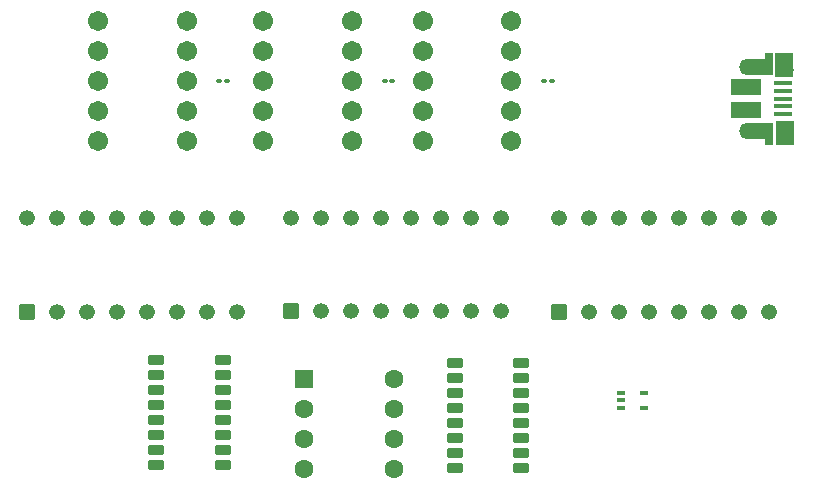
<source format=gbr>
%TF.GenerationSoftware,KiCad,Pcbnew,9.0.1*%
%TF.CreationDate,2025-05-07T13:52:14+02:00*%
%TF.ProjectId,HelioHeat,48656c69-6f48-4656-9174-2e6b69636164,rev?*%
%TF.SameCoordinates,Original*%
%TF.FileFunction,Soldermask,Top*%
%TF.FilePolarity,Negative*%
%FSLAX46Y46*%
G04 Gerber Fmt 4.6, Leading zero omitted, Abs format (unit mm)*
G04 Created by KiCad (PCBNEW 9.0.1) date 2025-05-07 13:52:14*
%MOMM*%
%LPD*%
G01*
G04 APERTURE LIST*
G04 Aperture macros list*
%AMRoundRect*
0 Rectangle with rounded corners*
0 $1 Rounding radius*
0 $2 $3 $4 $5 $6 $7 $8 $9 X,Y pos of 4 corners*
0 Add a 4 corners polygon primitive as box body*
4,1,4,$2,$3,$4,$5,$6,$7,$8,$9,$2,$3,0*
0 Add four circle primitives for the rounded corners*
1,1,$1+$1,$2,$3*
1,1,$1+$1,$4,$5*
1,1,$1+$1,$6,$7*
1,1,$1+$1,$8,$9*
0 Add four rect primitives between the rounded corners*
20,1,$1+$1,$2,$3,$4,$5,0*
20,1,$1+$1,$4,$5,$6,$7,0*
20,1,$1+$1,$6,$7,$8,$9,0*
20,1,$1+$1,$8,$9,$2,$3,0*%
G04 Aperture macros list end*
%ADD10RoundRect,0.102000X0.600000X-0.300000X0.600000X0.300000X-0.600000X0.300000X-0.600000X-0.300000X0*%
%ADD11RoundRect,0.102000X0.565000X-0.565000X0.565000X0.565000X-0.565000X0.565000X-0.565000X-0.565000X0*%
%ADD12C,1.334000*%
%ADD13RoundRect,0.100000X-0.130000X-0.100000X0.130000X-0.100000X0.130000X0.100000X-0.130000X0.100000X0*%
%ADD14R,1.650000X0.400000*%
%ADD15R,0.700000X1.825000*%
%ADD16R,1.500000X2.000000*%
%ADD17R,2.000000X1.350000*%
%ADD18O,1.700000X1.350000*%
%ADD19O,1.500000X1.100000*%
%ADD20R,2.500000X1.430000*%
%ADD21C,1.712000*%
%ADD22RoundRect,0.100000X-0.225000X-0.100000X0.225000X-0.100000X0.225000X0.100000X-0.225000X0.100000X0*%
%ADD23RoundRect,0.250000X-0.550000X-0.550000X0.550000X-0.550000X0.550000X0.550000X-0.550000X0.550000X0*%
%ADD24C,1.600000*%
G04 APERTURE END LIST*
D10*
%TO.C,U6*%
X112600000Y-60270000D03*
X112600000Y-59000000D03*
X112600000Y-57730000D03*
X112600000Y-56460000D03*
X112600000Y-55190000D03*
X112600000Y-53920000D03*
X112600000Y-52650000D03*
X112600000Y-51380000D03*
X107000000Y-51380000D03*
X107000000Y-52650000D03*
X107000000Y-53920000D03*
X107000000Y-55190000D03*
X107000000Y-56460000D03*
X107000000Y-57730000D03*
X107000000Y-59000000D03*
X107000000Y-60270000D03*
%TD*%
D11*
%TO.C,U4*%
X115800000Y-47000000D03*
D12*
X118340000Y-47000000D03*
X120880000Y-47000000D03*
X123420000Y-47000000D03*
X125960000Y-47000000D03*
X128500000Y-47000000D03*
X131040000Y-47000000D03*
X133580000Y-47000000D03*
X133580000Y-39060000D03*
X131040000Y-39060000D03*
X128500000Y-39060000D03*
X125960000Y-39060000D03*
X123420000Y-39060000D03*
X120880000Y-39060000D03*
X118340000Y-39060000D03*
X115800000Y-39060000D03*
%TD*%
D13*
%TO.C,R3*%
X114525000Y-27500000D03*
X115165000Y-27500000D03*
%TD*%
D11*
%TO.C,U3*%
X93110000Y-46970000D03*
D12*
X95650000Y-46970000D03*
X98190000Y-46970000D03*
X100730000Y-46970000D03*
X103270000Y-46970000D03*
X105810000Y-46970000D03*
X108350000Y-46970000D03*
X110890000Y-46970000D03*
X110890000Y-39030000D03*
X108350000Y-39030000D03*
X105810000Y-39030000D03*
X103270000Y-39030000D03*
X100730000Y-39030000D03*
X98190000Y-39030000D03*
X95650000Y-39030000D03*
X93110000Y-39030000D03*
%TD*%
D14*
%TO.C,J1*%
X134765000Y-27675000D03*
X134765000Y-28325000D03*
X134765000Y-28975000D03*
X134765000Y-29625000D03*
X134765000Y-30275000D03*
D15*
X133565000Y-26025000D03*
D16*
X134865000Y-26125000D03*
D17*
X132815000Y-26245000D03*
D18*
X131885000Y-26245000D03*
D19*
X134885000Y-26555000D03*
D20*
X131615000Y-28015000D03*
X131615000Y-29935000D03*
D19*
X134885000Y-31395000D03*
D18*
X131885000Y-31705000D03*
D17*
X132815000Y-31725000D03*
D16*
X134885000Y-31875000D03*
D15*
X133565000Y-31975000D03*
%TD*%
D21*
%TO.C,D3*%
X104240000Y-22420000D03*
X104240000Y-24960000D03*
X104240000Y-27500000D03*
X104240000Y-30040000D03*
X104240000Y-32580000D03*
X111760000Y-32580000D03*
X111760000Y-30040000D03*
X111760000Y-27500000D03*
X111760000Y-24960000D03*
X111760000Y-22420000D03*
%TD*%
D22*
%TO.C,U7*%
X121050000Y-53850000D03*
X121050000Y-54500000D03*
X121050000Y-55150000D03*
X122950000Y-55150000D03*
X122950000Y-53850000D03*
%TD*%
D13*
%TO.C,R1*%
X87025000Y-27500000D03*
X87665000Y-27500000D03*
%TD*%
D21*
%TO.C,D1*%
X76740000Y-22420000D03*
X76740000Y-24960000D03*
X76740000Y-27500000D03*
X76740000Y-30040000D03*
X76740000Y-32580000D03*
X84260000Y-32580000D03*
X84260000Y-30040000D03*
X84260000Y-27500000D03*
X84260000Y-24960000D03*
X84260000Y-22420000D03*
%TD*%
D23*
%TO.C,U1*%
X94195000Y-52690000D03*
D24*
X94195000Y-55230000D03*
X94195000Y-57770000D03*
X94195000Y-60310000D03*
X101815000Y-60310000D03*
X101815000Y-57770000D03*
X101815000Y-55230000D03*
X101815000Y-52690000D03*
%TD*%
D10*
%TO.C,U5*%
X87300000Y-59945000D03*
X87300000Y-58675000D03*
X87300000Y-57405000D03*
X87300000Y-56135000D03*
X87300000Y-54865000D03*
X87300000Y-53595000D03*
X87300000Y-52325000D03*
X87300000Y-51055000D03*
X81700000Y-51055000D03*
X81700000Y-52325000D03*
X81700000Y-53595000D03*
X81700000Y-54865000D03*
X81700000Y-56135000D03*
X81700000Y-57405000D03*
X81700000Y-58675000D03*
X81700000Y-59945000D03*
%TD*%
D13*
%TO.C,R2*%
X101025000Y-27500000D03*
X101665000Y-27500000D03*
%TD*%
D11*
%TO.C,U2*%
X70760000Y-47000000D03*
D12*
X73300000Y-47000000D03*
X75840000Y-47000000D03*
X78380000Y-47000000D03*
X80920000Y-47000000D03*
X83460000Y-47000000D03*
X86000000Y-47000000D03*
X88540000Y-47000000D03*
X88540000Y-39060000D03*
X86000000Y-39060000D03*
X83460000Y-39060000D03*
X80920000Y-39060000D03*
X78380000Y-39060000D03*
X75840000Y-39060000D03*
X73300000Y-39060000D03*
X70760000Y-39060000D03*
%TD*%
D21*
%TO.C,D2*%
X90740000Y-22420000D03*
X90740000Y-24960000D03*
X90740000Y-27500000D03*
X90740000Y-30040000D03*
X90740000Y-32580000D03*
X98260000Y-32580000D03*
X98260000Y-30040000D03*
X98260000Y-27500000D03*
X98260000Y-24960000D03*
X98260000Y-22420000D03*
%TD*%
M02*

</source>
